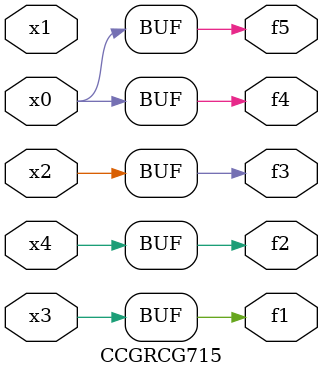
<source format=v>
module CCGRCG715(
	input x0, x1, x2, x3, x4,
	output f1, f2, f3, f4, f5
);
	assign f1 = x3;
	assign f2 = x4;
	assign f3 = x2;
	assign f4 = x0;
	assign f5 = x0;
endmodule

</source>
